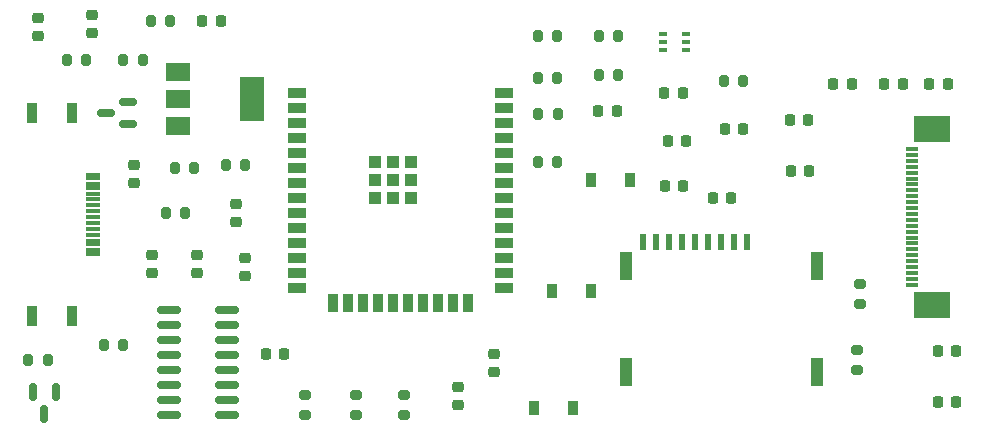
<source format=gbr>
%TF.GenerationSoftware,KiCad,Pcbnew,(6.0.9-0)*%
%TF.CreationDate,2022-12-04T14:46:01+08:00*%
%TF.ProjectId,Epaper-mcu,45706170-6572-42d6-9d63-752e6b696361,rev?*%
%TF.SameCoordinates,Original*%
%TF.FileFunction,Paste,Top*%
%TF.FilePolarity,Positive*%
%FSLAX46Y46*%
G04 Gerber Fmt 4.6, Leading zero omitted, Abs format (unit mm)*
G04 Created by KiCad (PCBNEW (6.0.9-0)) date 2022-12-04 14:46:01*
%MOMM*%
%LPD*%
G01*
G04 APERTURE LIST*
G04 Aperture macros list*
%AMRoundRect*
0 Rectangle with rounded corners*
0 $1 Rounding radius*
0 $2 $3 $4 $5 $6 $7 $8 $9 X,Y pos of 4 corners*
0 Add a 4 corners polygon primitive as box body*
4,1,4,$2,$3,$4,$5,$6,$7,$8,$9,$2,$3,0*
0 Add four circle primitives for the rounded corners*
1,1,$1+$1,$2,$3*
1,1,$1+$1,$4,$5*
1,1,$1+$1,$6,$7*
1,1,$1+$1,$8,$9*
0 Add four rect primitives between the rounded corners*
20,1,$1+$1,$2,$3,$4,$5,0*
20,1,$1+$1,$4,$5,$6,$7,0*
20,1,$1+$1,$6,$7,$8,$9,0*
20,1,$1+$1,$8,$9,$2,$3,0*%
G04 Aperture macros list end*
%ADD10RoundRect,0.200000X-0.200000X-0.275000X0.200000X-0.275000X0.200000X0.275000X-0.200000X0.275000X0*%
%ADD11RoundRect,0.225000X-0.250000X0.225000X-0.250000X-0.225000X0.250000X-0.225000X0.250000X0.225000X0*%
%ADD12RoundRect,0.200000X-0.275000X0.200000X-0.275000X-0.200000X0.275000X-0.200000X0.275000X0.200000X0*%
%ADD13RoundRect,0.225000X0.250000X-0.225000X0.250000X0.225000X-0.250000X0.225000X-0.250000X-0.225000X0*%
%ADD14RoundRect,0.225000X-0.225000X-0.250000X0.225000X-0.250000X0.225000X0.250000X-0.225000X0.250000X0*%
%ADD15RoundRect,0.200000X0.275000X-0.200000X0.275000X0.200000X-0.275000X0.200000X-0.275000X-0.200000X0*%
%ADD16R,0.620000X1.400000*%
%ADD17R,1.100000X2.400000*%
%ADD18R,1.150000X0.300000*%
%ADD19R,0.900000X1.700000*%
%ADD20RoundRect,0.150000X0.587500X0.150000X-0.587500X0.150000X-0.587500X-0.150000X0.587500X-0.150000X0*%
%ADD21RoundRect,0.225000X0.225000X0.250000X-0.225000X0.250000X-0.225000X-0.250000X0.225000X-0.250000X0*%
%ADD22RoundRect,0.200000X0.200000X0.275000X-0.200000X0.275000X-0.200000X-0.275000X0.200000X-0.275000X0*%
%ADD23RoundRect,0.150000X-0.825000X-0.150000X0.825000X-0.150000X0.825000X0.150000X-0.825000X0.150000X0*%
%ADD24R,0.650000X0.400000*%
%ADD25R,2.000000X1.500000*%
%ADD26R,2.000000X3.800000*%
%ADD27RoundRect,0.218750X0.218750X0.256250X-0.218750X0.256250X-0.218750X-0.256250X0.218750X-0.256250X0*%
%ADD28R,0.900000X1.200000*%
%ADD29R,1.100000X0.300000*%
%ADD30R,3.100000X2.300000*%
%ADD31R,1.500000X0.900000*%
%ADD32R,0.900000X1.500000*%
%ADD33R,1.050000X1.050000*%
%ADD34RoundRect,0.218750X-0.218750X-0.256250X0.218750X-0.256250X0.218750X0.256250X-0.218750X0.256250X0*%
%ADD35RoundRect,0.150000X-0.150000X0.587500X-0.150000X-0.587500X0.150000X-0.587500X0.150000X0.587500X0*%
G04 APERTURE END LIST*
D10*
%TO.C,R14*%
X157925000Y-91440000D03*
X159575000Y-91440000D03*
%TD*%
D11*
%TO.C,C10*%
X123698000Y-91681000D03*
X123698000Y-93231000D03*
%TD*%
D12*
%TO.C,R18*%
X184912000Y-107379000D03*
X184912000Y-109029000D03*
%TD*%
D13*
%TO.C,C1*%
X129032000Y-100851000D03*
X129032000Y-99301000D03*
%TD*%
D10*
%TO.C,R15*%
X157935000Y-87376000D03*
X159585000Y-87376000D03*
%TD*%
D14*
%TO.C,C20*%
X182930000Y-84836000D03*
X184480000Y-84836000D03*
%TD*%
D11*
%TO.C,C11*%
X151130000Y-110477000D03*
X151130000Y-112027000D03*
%TD*%
%TO.C,C3*%
X132334000Y-94983000D03*
X132334000Y-96533000D03*
%TD*%
D14*
%TO.C,C19*%
X168897000Y-89662000D03*
X170447000Y-89662000D03*
%TD*%
D15*
%TO.C,R20*%
X142494000Y-112839000D03*
X142494000Y-111189000D03*
%TD*%
D13*
%TO.C,C4*%
X120142000Y-80531000D03*
X120142000Y-78981000D03*
%TD*%
D16*
%TO.C,J6*%
X175587000Y-98210000D03*
X174487000Y-98210000D03*
X173387000Y-98210000D03*
X172287000Y-98210000D03*
X171187000Y-98210000D03*
X170087000Y-98210000D03*
X168987000Y-98210000D03*
X167887000Y-98210000D03*
X166787000Y-98210000D03*
D17*
X165407000Y-109210000D03*
X165407000Y-100210000D03*
X181557000Y-100210000D03*
X181557000Y-109210000D03*
%TD*%
D14*
%TO.C,C12*%
X163042000Y-87122000D03*
X164592000Y-87122000D03*
%TD*%
D15*
%TO.C,R16*%
X138176000Y-112839000D03*
X138176000Y-111189000D03*
%TD*%
D18*
%TO.C,J1*%
X120220000Y-92500000D03*
X120220000Y-93300000D03*
X120220000Y-94600000D03*
X120220000Y-95600000D03*
X120220000Y-96100000D03*
X120220000Y-97100000D03*
X120220000Y-98400000D03*
X120220000Y-99200000D03*
X120220000Y-98900000D03*
X120220000Y-98100000D03*
X120220000Y-97600000D03*
X120220000Y-96600000D03*
X120220000Y-95100000D03*
X120220000Y-94100000D03*
X120220000Y-93600000D03*
X120220000Y-92800000D03*
%TD*%
D14*
%TO.C,C22*%
X187248000Y-84836000D03*
X188798000Y-84836000D03*
%TD*%
D19*
%TO.C,SW2*%
X115100000Y-104450000D03*
X118500000Y-104450000D03*
%TD*%
D13*
%TO.C,C5*%
X125222000Y-100851000D03*
X125222000Y-99301000D03*
%TD*%
D20*
%TO.C,Q1*%
X123212500Y-88225000D03*
X123212500Y-86325000D03*
X121337500Y-87275000D03*
%TD*%
D13*
%TO.C,C2*%
X115570000Y-80785000D03*
X115570000Y-79235000D03*
%TD*%
D21*
%TO.C,C8*%
X136411000Y-107696000D03*
X134861000Y-107696000D03*
%TD*%
D10*
%TO.C,R4*%
X131509000Y-91694000D03*
X133159000Y-91694000D03*
%TD*%
D14*
%TO.C,C15*%
X168643000Y-93472000D03*
X170193000Y-93472000D03*
%TD*%
D22*
%TO.C,R3*%
X119697000Y-82804000D03*
X118047000Y-82804000D03*
%TD*%
D23*
%TO.C,U2*%
X126685000Y-103925000D03*
X126685000Y-105195000D03*
X126685000Y-106465000D03*
X126685000Y-107735000D03*
X126685000Y-109005000D03*
X126685000Y-110275000D03*
X126685000Y-111545000D03*
X126685000Y-112815000D03*
X131635000Y-112815000D03*
X131635000Y-111545000D03*
X131635000Y-110275000D03*
X131635000Y-109005000D03*
X131635000Y-107735000D03*
X131635000Y-106465000D03*
X131635000Y-105195000D03*
X131635000Y-103925000D03*
%TD*%
D24*
%TO.C,Q3*%
X168550000Y-80630000D03*
X168550000Y-81280000D03*
X168550000Y-81930000D03*
X170450000Y-81930000D03*
X170450000Y-81280000D03*
X170450000Y-80630000D03*
%TD*%
D25*
%TO.C,U3*%
X127406000Y-83806000D03*
D26*
X133706000Y-86106000D03*
D25*
X127406000Y-86106000D03*
X127406000Y-88406000D03*
%TD*%
D27*
%TO.C,D2*%
X131089500Y-79502000D03*
X129514500Y-79502000D03*
%TD*%
D28*
%TO.C,D3*%
X162434000Y-92964000D03*
X165734000Y-92964000D03*
%TD*%
D14*
%TO.C,C14*%
X191770000Y-107442000D03*
X193320000Y-107442000D03*
%TD*%
D10*
%TO.C,R2*%
X127191000Y-91948000D03*
X128841000Y-91948000D03*
%TD*%
%TO.C,R10*%
X163055000Y-84074000D03*
X164705000Y-84074000D03*
%TD*%
D11*
%TO.C,C23*%
X154178000Y-107683000D03*
X154178000Y-109233000D03*
%TD*%
D10*
%TO.C,R1*%
X163068000Y-80772000D03*
X164718000Y-80772000D03*
%TD*%
D28*
%TO.C,D5*%
X162432000Y-102362000D03*
X159132000Y-102362000D03*
%TD*%
D14*
%TO.C,C17*%
X179324000Y-92202000D03*
X180874000Y-92202000D03*
%TD*%
D29*
%TO.C,J4*%
X189575000Y-101825000D03*
X189575000Y-101325000D03*
X189575000Y-100825000D03*
X189575000Y-100325000D03*
X189575000Y-99825000D03*
X189575000Y-99325000D03*
X189575000Y-98825000D03*
X189575000Y-98325000D03*
X189575000Y-97825000D03*
X189575000Y-97325000D03*
X189575000Y-96825000D03*
X189575000Y-96325000D03*
X189575000Y-95825000D03*
X189575000Y-95325000D03*
X189575000Y-94825000D03*
X189575000Y-94325000D03*
X189575000Y-93825000D03*
X189575000Y-93325000D03*
X189575000Y-92825000D03*
X189575000Y-92325000D03*
X189575000Y-91825000D03*
X189575000Y-91325000D03*
X189575000Y-90825000D03*
X189575000Y-90325000D03*
D30*
X191275000Y-88655000D03*
X191275000Y-103495000D03*
%TD*%
D10*
%TO.C,R9*%
X125159000Y-79502000D03*
X126809000Y-79502000D03*
%TD*%
%TO.C,R11*%
X173673000Y-84582000D03*
X175323000Y-84582000D03*
%TD*%
D21*
%TO.C,C6*%
X174257000Y-94488000D03*
X172707000Y-94488000D03*
%TD*%
D14*
%TO.C,C13*%
X191757000Y-111760000D03*
X193307000Y-111760000D03*
%TD*%
D11*
%TO.C,C7*%
X133096000Y-99555000D03*
X133096000Y-101105000D03*
%TD*%
D10*
%TO.C,R13*%
X157895000Y-84328000D03*
X159545000Y-84328000D03*
%TD*%
D14*
%TO.C,C21*%
X191058000Y-84836000D03*
X192608000Y-84836000D03*
%TD*%
D31*
%TO.C,U1*%
X137554000Y-85625000D03*
X137554000Y-86895000D03*
X137554000Y-88165000D03*
X137554000Y-89435000D03*
X137554000Y-90705000D03*
X137554000Y-91975000D03*
X137554000Y-93245000D03*
X137554000Y-94515000D03*
X137554000Y-95785000D03*
X137554000Y-97055000D03*
X137554000Y-98325000D03*
X137554000Y-99595000D03*
X137554000Y-100865000D03*
X137554000Y-102135000D03*
D32*
X140584000Y-103385000D03*
X141854000Y-103385000D03*
X143124000Y-103385000D03*
X144394000Y-103385000D03*
X145664000Y-103385000D03*
X146934000Y-103385000D03*
X148204000Y-103385000D03*
X149474000Y-103385000D03*
X150744000Y-103385000D03*
X152014000Y-103385000D03*
D31*
X155054000Y-102135000D03*
X155054000Y-100865000D03*
X155054000Y-99595000D03*
X155054000Y-98325000D03*
X155054000Y-97055000D03*
X155054000Y-95785000D03*
X155054000Y-94515000D03*
X155054000Y-93245000D03*
X155054000Y-91975000D03*
X155054000Y-90705000D03*
X155054000Y-89435000D03*
X155054000Y-88165000D03*
X155054000Y-86895000D03*
X155054000Y-85625000D03*
D33*
X144099000Y-94490000D03*
X145624000Y-92965000D03*
X147149000Y-92965000D03*
X145624000Y-91440000D03*
X144099000Y-91440000D03*
X144099000Y-92965000D03*
X147149000Y-94490000D03*
X147149000Y-91440000D03*
X145624000Y-94490000D03*
%TD*%
D34*
%TO.C,L1*%
X168630500Y-85598000D03*
X170205500Y-85598000D03*
%TD*%
D22*
%TO.C,R8*%
X128079000Y-95758000D03*
X126429000Y-95758000D03*
%TD*%
D14*
%TO.C,C16*%
X173735000Y-88646000D03*
X175285000Y-88646000D03*
%TD*%
D22*
%TO.C,R7*%
X122808000Y-106934000D03*
X121158000Y-106934000D03*
%TD*%
D10*
%TO.C,R6*%
X114760000Y-108175000D03*
X116410000Y-108175000D03*
%TD*%
D15*
%TO.C,R17*%
X185166000Y-103441000D03*
X185166000Y-101791000D03*
%TD*%
D28*
%TO.C,D4*%
X157608000Y-112268000D03*
X160908000Y-112268000D03*
%TD*%
D15*
%TO.C,R19*%
X146558000Y-112839000D03*
X146558000Y-111189000D03*
%TD*%
D22*
%TO.C,R5*%
X124460000Y-82804000D03*
X122810000Y-82804000D03*
%TD*%
D35*
%TO.C,Q2*%
X117080000Y-110882500D03*
X115180000Y-110882500D03*
X116130000Y-112757500D03*
%TD*%
D10*
%TO.C,R12*%
X157925000Y-80772000D03*
X159575000Y-80772000D03*
%TD*%
D19*
%TO.C,SW1*%
X115100000Y-87300000D03*
X118500000Y-87300000D03*
%TD*%
D14*
%TO.C,C18*%
X179255000Y-87884000D03*
X180805000Y-87884000D03*
%TD*%
M02*

</source>
